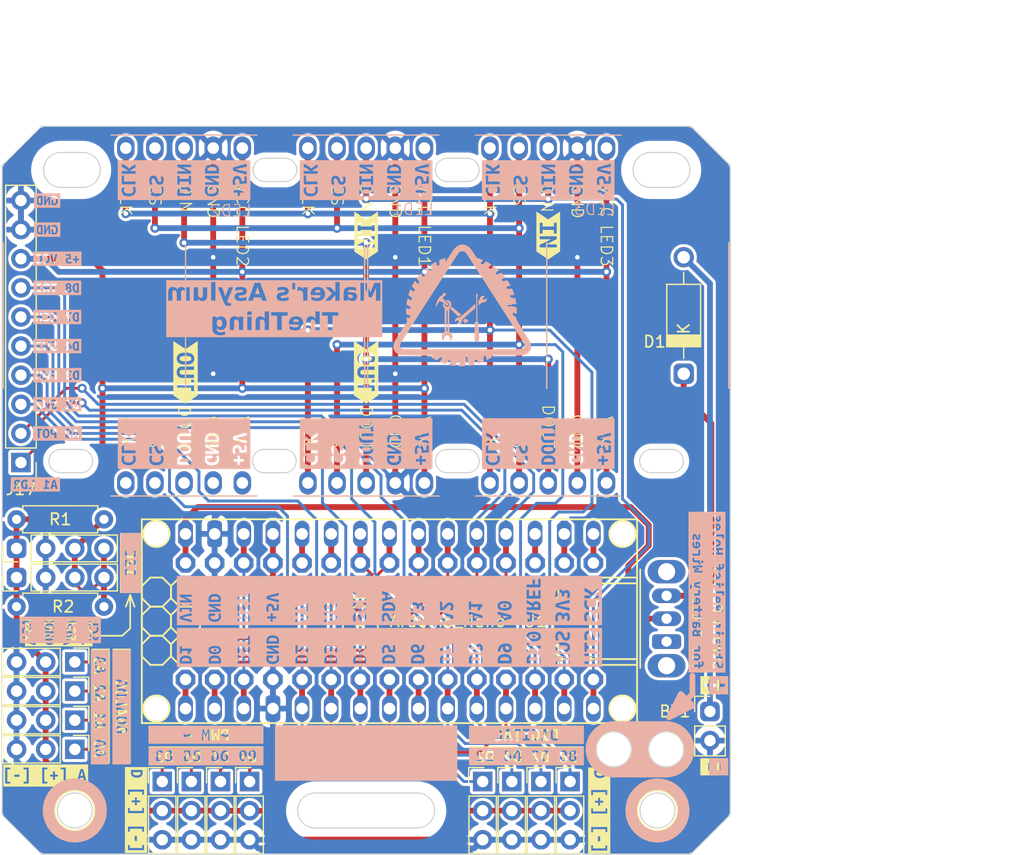
<source format=kicad_pcb>
(kicad_pcb (version 20240108) (generator "pcbnew") (generator_version "8.0")
  (title_block (title "TheThing") (date "2024-09-02") (rev "v5") (company "Maker's Asylum"))
  (layers (0 "F.Cu" signal) (31 "B.Cu" signal) (36 "B.SilkS" user "B.Silkscreen") (37 "F.SilkS" user "F.Silkscreen") (38 "B.Mask" user) (39 "F.Mask" user) (44 "Edge.Cuts" user))
  (net 0 "")
  (net 1 "/SCL")
  (net 2 "/SDA")
  (net 3 "GND")
  (net 4 "5V")
  (net 5 "/D5")
  (net 6 "/D6")
  (net 7 "D2")
  (net 8 "D4")
  (net 9 "/D9")
  (net 10 "/D10")
  (net 11 "/MOSI")
  (net 12 "/MISO")
  (net 13 "/SCK")
  (net 14 "/RST1")
  (net 15 "/D0")
  (net 16 "/D1")
  (net 17 "/A7")
  (net 18 "/A6")
  (net 19 "/A3")
  (net 20 "/A2")
  (net 21 "D7")
  (net 22 "D8")
  (net 23 "/AREF")
  (net 24 "/3V3")
  (net 25 "/VIN")
  (net 26 "/9V")
  (net 27 "/8V3")
  (net 28 "/DOUT")
  (net 30 "D3")
  (net 31 "A0")
  (net 32 "A1")
  (footprint "BagTag:PinHeader_1x03_P2.54mm_Vertical" (layer "F.Cu") (at 66.04 101.615)
    (property "Reference" "J10" (hide yes))
    (property "Value" "Conn_01x03" (hide yes))
  )
  (footprint "BagTag:PinHeader_1x03_P2.54mm_Vertical" (layer "F.Cu") (at 58.42 101.615)
    (property "Reference" "J7" (hide yes))
    (property "Value" "Conn_01x03" (hide yes))
  )
  (footprint "BagTag:PinHeader_1x01_P2.54mm_Vertical" (layer "F.Cu") (at 88.392 82.55 180)
    (property "Reference" "J43" (hide yes))
    (property "Value" "A0" (hide yes))
  )
  (footprint "BagTag:kibuzzard-67A10623" (layer "F.Cu") (at 49.403 88.773 -90)
    (property "Reference" "kibuzzard-67A10623" (hide yes))
    (property "Value" "G***" (hide yes))
  )
  (footprint "BagTag:PinHeader_1x01_P2.54mm_Vertical" (layer "F.Cu") (at 90.932 82.55 180)
    (property "Reference" "J44" (hide yes))
    (property "Value" "AREF" (hide yes))
  )
  (footprint "BagTag:PinHeader_1x01_P2.54mm_Vertical" (layer "F.Cu") (at 80.772 82.55 180)
    (property "Reference" "J40" (hide yes))
    (property "Value" "A3" (hide yes))
  )
  (footprint "BagTag:PinHeader_1x03_P2.54mm_Vertical" (layer "F.Cu") (at 50.8 93.726 -90)
    (property "Reference" "J13" (hide yes))
    (property "Value" "Conn_01x03" (hide yes))
  )
  (footprint "BagTag:PinHeader_1x03_P2.54mm_Vertical" (layer "F.Cu") (at 93.98 101.615)
    (property "Reference" "J6" (hide yes))
    (property "Value" "Conn_01x03" (hide yes))
  )
  (footprint "BagTag:PinHeader_1x01_P2.54mm_Vertical" (layer "F.Cu") (at 68.072 92.71 180)
    (property "Reference" "J49" (hide yes))
    (property "Value" "GND2" (hide yes))
  )
  (footprint "BagTag:PinHeader_1x01_P2.54mm_Vertical" (layer "F.Cu") (at 85.852 82.55 180)
    (property "Reference" "J42" (hide yes))
    (property "Value" "A1" (hide yes))
  )
  (footprint "BagTag:PinHeader_1x03_P2.54mm_Vertical" (layer "F.Cu") (at 50.8 98.806 -90)
    (property "Reference" "J11" (hide yes))
    (property "Value" "Conn_01x03" (hide yes))
  )
  (footprint "kibuzzard-67A1FD26" (layer "F.Cu") (at 96.52 104.14 -90)
    (property "Reference" "kibuzzard-67A1FD26" (hide yes))
    (property "Value" "G***" (hide yes))
  )
  (footprint "BagTag:PinHeader_1x01_P2.54mm_Vertical" (layer "F.Cu") (at 70.612 92.71 180)
    (property "Reference" "J20" (hide yes))
    (property "Value" "D2" (hide yes))
  )
  (footprint "BagTag:LED_matrix_8x8_M1088" (layer "F.Cu") (at 60.325 60.96 -90)
    (property "Reference" "LED2")
    (property "Value" "LED_8x8_1088")
  )
  (footprint "BagTag:PinHeader_1x10_P2.54mm_Vertical" (layer "F.Cu") (at 46.101 73.787 180)
    (property "Reference" "J17")
    (property "Value" "Conn_01x10")
  )
  (footprint "BagTag:PinHeader_1x03_P2.54mm_Vertical" (layer "F.Cu") (at 91.44 101.615)
    (property "Reference" "J5" (hide yes))
    (property "Value" "Conn_01x03" (hide yes))
  )
  (footprint "kibuzzard-67A1FC23" (layer "F.Cu") (at 62.23 97.536)
    (property "Reference" "kibuzzard-67A1FC23" (hide yes))
    (property "Value" "G***" (hide yes))
  )
  (footprint "BagTag:LED_matrix_8x8_M1088" (layer "F.Cu") (at 76.2 60.96 -90)
    (property "Reference" "LED1")
    (property "Value" "LED_8x8_1088")
  )
  (footprint "kibuzzard-67A1FC29" (layer "F.Cu") (at 62.23 99.3394)
    (property "Reference" "kibuzzard-67A1FC29" (hide yes))
    (property "Value" "G***" (hide yes))
  )
  (footprint "BagTag:PinHeader_1x01_P2.54mm_Vertical" (layer "F.Cu") (at 75.692 92.71 180)
    (property "Reference" "J22" (hide yes))
    (property "Value" "D4" (hide yes))
  )
  (footprint "BagTag:PinHeader_1x01_P2.54mm_Vertical" (layer "F.Cu") (at 78.232 82.55 180)
    (property "Reference" "J39" (hide yes))
    (property "Value" "A4" (hide yes))
  )
  (footprint "BagTag:PinHeader_1x01_P2.54mm_Vertical" (layer "F.Cu") (at 73.152 82.55 180)
    (property "Reference" "J37" (hide yes))
    (property "Value" "A6" (hide yes))
  )
  (footprint "BagTag:PinHeader_1x02_P2.54mm_Vertical" (layer "F.Cu") (at 106.177 95.504)
    (property "Reference" "BT1")
    (property "Value" "Bat")
  )
  (footprint "BagTag:kibuzzard-6461CA60" (layer "F.Cu") (at 76.2 53.975 -90)
    (property "Reference" "kibuzzard-6461CA60" (hide yes))
    (property "Value" "G***" (hide yes))
  )
  (footprint "BagTag:PinHeader_1x04_P2.54mm_Vertical" (layer "F.Cu") (at 45.72 83.82 90)
    (property "Reference" "J2" (hide yes))
    (property "Value" "Conn_I2C" (hide yes))
  )
  (footprint "BagTag:PinHeader_1x01_P2.54mm_Vertical" (layer "F.Cu") (at 93.472 92.71 180)
    (property "Reference" "J29" (hide yes))
    (property "Value" "D11" (hide yes))
  )
  (footprint "BagTag:PinHeader_1x01_P2.54mm_Vertical" (layer "F.Cu") (at 93.472 82.55 180)
    (property "Reference" "J47" (hide yes))
    (property "Value" "3V3" (hide yes))
  )
  (footprint "BagTag:PinHeader_1x01_P2.54mm_Vertical" (layer "F.Cu") (at 78.232 92.71 180)
    (property "Reference" "J23" (hide yes))
    (property "Value" "D5" (hide yes))
  )
  (footprint "BagTag:PinHeader_1x01_P2.54mm_Vertical" (layer "F.Cu") (at 90.932 92.71 180)
    (property "Reference" "J28" (hide yes))
    (property "Value" "D10" (hide yes))
  )
  (footprint "BagTag:PinHeader_1x01_P2.54mm_Vertical" (layer "F.Cu") (at 62.992 92.71 180)
    (property "Reference" "J34" (hide yes))
    (property "Value" "D0" (hide yes))
  )
  (footprint "BagTag:PinHeader_1x04_P2.54mm_Vertical" (layer "F.Cu") (at 45.72 81.28 90)
    (property "Reference" "J1" (hide yes))
    (property "Value" "Conn_I2C" (hide yes))
  )
  (footprint "BagTag:PinHeader_1x01_P2.54mm_Vertical" (layer "F.Cu") (at 65.532 92.71 180)
    (property "Reference" "J33" (hide yes))
    (property "Value" "RST1" (hide yes))
  )
  (footprint "BagTag:PinHeader_1x01_P2.54mm_Vertical" (layer "F.Cu") (at 70.612 82.55 180)
    (property "Reference" "J36" (hide yes))
    (property "Value" "A7" (hide yes))
  )
  (footprint "BagTag:PinHeader_1x01_P2.54mm_Vertical" (layer "F.Cu") (at 62.992 82.55 180)
    (property "Reference" "J48" (hide yes))
    (property "Value" "GND1" (hide yes))
  )
  (footprint "BagTag:kibuzzard-6461CA60" (layer "F.Cu") (at 92.075 53.975 -90)
    (property "Reference" "kibuzzard-6461CA60" (hide yes))
    (property "Value" "G***" (hide yes))
  )
  (footprint "BagTag:PinHeader_1x01_P2.54mm_Vertical" (layer "F.Cu") (at 85.852 92.71 180)
    (property "Reference" "J26" (hide yes))
    (property "Value" "D8" (hide yes))
  )
  (footprint "BagTag:PinHeader_1x03_P2.54mm_Vertical" (layer "F.Cu") (at 50.8 96.266 -90)
    (property "Reference" "J12" (hide yes))
    (property "Value" "Conn_01x03" (hide yes))
  )
  (footprint "BagTag:PinHeader_1x01_P2.54mm_Vertical" (layer "F.Cu") (at 68.072 82.55 180)
    (property "Reference" "J46" (hide yes))
    (property "Value" "5V" (hide yes))
  )
  (footprint "BagTag:PinHeader_1x01_P2.54mm_Vertical" (layer "F.Cu") (at 73.152 92.71 180)
    (property "Reference" "J21" (hide yes))
    (property "Value" "D3" (hide yes))
  )
  (footprint "BagTag:PinHeader_1x03_P2.54mm_Vertical" (layer "F.Cu") (at 86.36 101.615)
    (property "Reference" "J3" (hide yes))
    (property "Value" "Conn_01x03" (hide yes))
  )
  (footprint "BagTag:kibuzzard-64612FED" (layer "F.Cu") (at 106.172 100.33 -90)
    (property "Reference" "kibuzzard-64612FED" (hide yes))
    (property "Value" "G***" (hide yes))
  )
  (footprint "kibuzzard-67A2291F" (layer "F.Cu") (at 54.8894 95.0214 -90)
    (property "Reference" "kibuzzard-67A2291F" (hide yes))
    (property "Value" "G***" (hide yes))
  )
  (footprint "kibuzzard-67A1FC51" (layer "F.Cu") (at 90.17 99.3394)
    (property "Reference" "kibuzzard-67A1FC51" (hide yes))
    (property "Value" "G***" (hide yes))
  )
  (footprint "BagTag:PinHeader_1x01_P2.54mm_Vertical" (layer "F.Cu") (at 83.312 82.55 180)
    (property "Reference" "J41" (hide yes))
    (property "Value" "A2" (hide yes))
  )
  (footprint "kibuzzard-67A22935" (layer "F.Cu") (at 53.0606 95.0214 -90)
    (property "Reference" "kibuzzard-67A22935" (hide yes))
    (property "Value" "G***" (hide yes))
  )
  (footprint "BagTag:kibuzzard-6461CA59" (layer "F.Cu") (at 76.2 65.913 -90)
    (property "Reference" "kibuzzard-6461CA59" (hide yes))
    (property "Value" "G***" (hide yes))
  )
  (footprint "BagTag:R_Axial_DIN0207_L6.3mm_D2.5mm_P7.62mm_Horizontal" (layer "F.Cu") (at 45.72 86.36)
    (property "Reference" "R2")
    (property "Value" "10k")
  )
  (footprint "BagTag:PinHeader_1x01_P2.54mm_Vertical" (layer "F.Cu") (at 96.012 82.55 180)
    (property "Reference" "J31" (hide yes))
    (property "Value" "D13" (hide yes))
  )
  (footprint "BagTag:PinHeader_1x01_P2.54mm_Vertical" (layer "F.Cu") (at 96.012 92.71 180)
    (property "Reference" "J30" (hide yes))
    (property "Value" "D12" (hide yes))
  )
  (footprint "BagTag:PinHeader_1x03_P2.54mm_Vertical" (layer "F.Cu") (at 88.9 101.615)
    (property "Reference" "J4" (hide yes))
    (property "Value" "Conn_01x03" (hide yes))
  )
  (footprint "BagTag:PinHeader_1x01_P2.54mm_Vertical" (layer "F.Cu") (at 80.772 92.71 180)
    (property "Reference" "J24" (hide yes))
    (property "Value" "D6" (hide yes))
  )
  (footprint "BagTag:PinHeader_1x01_P2.54mm_Vertical" (layer "F.Cu") (at 88.392 92.71 180)
    (property "Reference" "J27" (hide yes))
    (property "Value" "D9" (hide yes))
  )
  (footprint "BagTag:PinHeader_1x03_P2.54mm_Vertical" (layer "F.Cu") (at 63.5 101.615)
    (property "Reference" "J9" (hide yes))
    (property "Value" "Conn_01x03" (hide yes))
  )
  (footprint "BagTag:kibuzzard-6640C3B8" (layer "F.Cu") (at 55.626 82.55 -90)
    (property "Reference" "kibuzzard-6640C3B8" (hide yes))
    (property "Value" "G***" (hide yes))
  )
  (footprint "BagTag:Arduino_Nano_v2_NoSPI" (layer "F.Cu") (at 57.912 87.63 90)
    (property "Reference" "U1")
    (property "Value" "Arduino_Nano")
  )
  (footprint "kibuzzard-67A1FCC2" (layer "F.Cu") (at 48.26 101.092)
    (property "Reference" "kibuzzard-67A1FCC2" (hide yes))
    (property "Value" "G***" (hide yes))
  )
  (footprint "BagTag:LED_matrix_8x8_M1088" (layer "F.Cu") (at 92.075 60.96 -90)
    (property "Reference" "LED3")
    (property "Value" "LED_8x8_1088")
  )
  (footprint "BagTag:SW_CuK_OS102011MA1QN1_SPDT_Angled" (layer "F.Cu") (at 102.394 89.408 90)
    (property "Reference" "SW1")
    (property "Value" "ON")
  )
  (footprint "BagTag:PinHeader_1x01_P2.54mm_Vertical" (layer "F.Cu") (at 60.452 82.55 180)
    (property "Reference" "J45" (hide yes))
    (property "Value" "VIN" (hide yes))
  )
  (footprint "BagTag:PinHeader_1x01_P2.54mm_Vertical" (layer "F.Cu") (at 75.692 82.55 180)
    (property "Reference" "J38" (hide yes))
    (property "Value" "A5" (hide yes))
  )
  (footprint "BagTag:kibuzzard-64612FA6" (layer "F.Cu") (at 106.172 93.218 -90)
    (property "Reference" "kibuzzard-64612FA6" (hide yes))
    (property "Value" "G***" (hide yes))
  )
  (footprint "BagTag:PinHeader_1x01_P2.54mm_Vertical" (layer "F.Cu") (at 83.312 92.71 180)
    (property "Reference" "J25" (hide yes))
    (property "Value" "D7" (hide yes))
  )
  (footprint "BagTag:kibuzzard-6461CA59" (layer "F.Cu") (at 60.452 65.913 -90)
    (property "Reference" "kibuzzard-6461CA59" (hide yes))
    (property "Value" "G***" (hide yes))
  )
  (footprint "BagTag:PinHeader_1x03_P2.54mm_Vertical" (layer "F.Cu") (at 60.96 101.615)
    (property "Reference" "J8" (hide yes))
    (property "Value" "Conn_01x03" (hide yes))
  )
  (footprint "BagTag:PinHeader_1x03_P2.54mm_Vertical" (layer "F.Cu") (at 50.8 91.186 -90)
    (property "Reference" "J14" (hide yes))
    (property "Value" "Conn_01x03" (hide yes))
  )
  (footprint "BagTag:PinHeader_1x01_P2.54mm_Vertical" (layer "F.Cu") (at 60.452 92.71 180)
    (property "Reference" "J35" (hide yes))
    (property "Value" "D1" (hide yes))
  )
  (footprint "kibuzzard-67A1FC5E" (layer "F.Cu") (at 90.17 97.536)
    (property "Reference" "kibuzzard-67A1FC5E" (hide yes))
    (property "Value" "G***" (hide yes))
  )
  (footprint "kibuzzard-67A1FCF1" (layer "F.Cu") (at 56.134 104.102934 -90)
    (property "Reference" "kibuzzard-67A1FCF1" (hide yes))
    (property "Value" "G***" (hide yes))
  )
  (footprint "BagTag:D_DO-41_SOD81_P10.16mm_Horizontal" (layer "F.Cu") (at 103.886 66.04 90)
    (property "Reference" "D1")
    (property "Value" "1N4001")
  )
  (footprint "BagTag:R_Axial_DIN0207_L6.3mm_D2.5mm_P7.62mm_Horizontal" (layer "F.Cu") (at 45.72 78.74)
    (property "Reference" "R1")
    (property "Value" "10k")
  )
  (footprint "BagTag:PinHeader_1x01_P2.54mm_Vertical" (layer "F.Cu") (at 65.532 82.55 180)
    (property "Reference" "J32" (hide yes))
    (property "Value" "RST1" (hide yes))
  )
  (footprint "kibuzzard-67A121CB" (layer "B.Cu") (at 49.276 71.247 180)
    (property "Reference" "kibuzzard-67A121CB" (hide yes))
    (property "Value" "G***" (hide yes))
  )
  (footprint "BagTag:kibuzzard-64612FA6" (layer "B.Cu") (at 106.934 93.218 -90)
    (property "Reference" "kibuzzard-64612FA6" (hide yes))
    (property "Value" "G***" (hide yes))
  )
  (footprint "kibuzzard-67A20268" (layer "B.Cu") (at 52.9844 95.123 90)
    (property "Reference" "kibuzzard-67A20268" (hide yes))
    (property "Value" "G***" (hide yes))
  )
  (footprint "kibuzzard-67A20463" (layer "B.Cu") (at 76.2 49.149 90)
    (property "Reference" "kibuzzard-67A20463" (hide yes))
    (property "Value" "G***" (hide yes))
  )
  (footprint "kibuzzard-67A20238" (layer "B.Cu") (at 90.17 97.536 180)
    (property "Reference" "kibuzzard-67A20238" (hide yes))
    (property "Value" "G***" (hide yes))
  )
  (footprint "BagTag:kibuzzard-6640C3B8" (layer "B.Cu") (at 55.67244 82.55 90)
    (property "Reference" "kibuzzard-6640C3B8" (hide yes))
    (property "Value" "G***" (hide yes))
  )
  (footprint "kibuzzard-67A20417" (layer "B.Cu") (at 60.325 72.136 90)
    (property "Reference" "kibuzzard-67A20417" (hide yes))
    (property "Value" "G***" (hide yes))
  )
  (footprint "kibuzzard-67A12264" (layer "B.Cu") (at 49.276 61.087 180)
    (property "Reference" "kibuzzard-67A12264" (hide yes))
    (property "Value" "G***" (hide yes))
  )
  (footprint "kibuzzard-67A20431" (layer "B.Cu") (at 60.325 49.149 90)
    (property "Reference" "kibuzzard-67A20431" (hide yes))
    (property "Value" "G***" (hide yes))
  )
  (footprint "BagTag:kibuzzard-66412AF8" (layer "B.Cu") (at 105.918 85.09 90)
    (property "Reference" "kibuzzard-66412AF8" (hide yes))
    (property "Value" "G***" (hide yes))
  )
  (footprint "kibuzzard-67A20403" (layer "B.Cu") (at 92.075 72.136 90)
    (property "Reference" "kibuzzard-67A20403" (hide yes))
    (property "Value" "G***" (hide yes))
  )
  (footprint "kibuzzard-67A20273" (layer "B.Cu") (at 54.864 95.123 90)
    (property "Reference" "kibuzzard-67A20273" (hide yes))
    (property "Value" "G***" (hide yes))
  )
  (footprint "kibuzzard-67A11942" (layer "B.Cu") (at 49.53 88.392 90)
    (property "Reference" "kibuzzard-67A11942" (hide yes))
    (property "Value" "G***" (hide yes))
  )
  (footprint "kibuzzard-67A1228F" (layer "B.Cu") (at 49.276 58.547 180)
    (property "Reference" "kibuzzard-67A1228F" (hide yes))
    (property "Value" "G***" (hide yes))
  )
  (footprint "kibuzzard-67A121F4" (layer "B.Cu") (at 49.276 66.167 180)
    (property "Reference" "kibuzzard-67A121F4" (hide yes))
    (property "Value" "G***" (hide yes))
  )
  (footprint "kibuzzard-67A11ADA" (layer "B.Cu") (at 47.371 75.692 180)
    (property "Reference" "kibuzzard-67A11ADA" (hide yes))
    (property "Value" "G***" (hide yes))
  )
  (footprint "kibuzzard-67A122B8" (layer "B.Cu") (at 48.387 50.927 180)
    (property "Reference" "kibuzzard-67A122B8" (hide yes))
    (property "Value" "G***" (hide yes))
  )
  (footprint "kibuzzard-67A20214" (layer "B.Cu") (at 62.23 99.4156 180)
    (property "Reference" "kibuzzard-67A20214" (hide yes))
    (property "Value" "G***" (hide yes))
  )
  (footprint "kibuzzard-67A201FA" (layer "B.Cu") (at 62.23 97.536 180)
    (property "Reference" "kibuzzard-67A201FA" (hide yes))
    (property "Value" "G***" (hide yes))
  )
  (footprint "kibuzzard-67A20470" (layer "B.Cu") (at 92.075 49.149 90)
    (property "Reference" "kibuzzard-67A20470" (hide yes))
    (property "Value" "G***" (hide yes))
  )
  (footprint "kibuzzard-67A122C1" (layer "B.Cu") (at 48.387 53.467 180)
    (property "Reference" "kibuzzard-67A122C1" (hide yes))
    (property "Value" "G***" (hide yes))
  )
  (footprint "kibuzzard-67A2022B" (layer "B.Cu") (at 90.17 99.4156 180)
    (property "Reference" "kibuzzard-67A2022B" (hide yes))
    (property "Value" "G***" (hide yes))
  )
  (footprint "kibuzzard-67A121DF" (layer "B.Cu") (at 49.276 68.707 180)
    (property "Reference" "kibuzzard-67A121DF" (hide yes))
    (property "Value" "G***" (hide yes))
  )
  (footprint "BagTag:MA_logo_12mmx10mm" (layer "B.Cu") (at 84.582 60.071 180)
    (property "Reference" "G***" (hide yes))
    (property "Value" "LOGO" (hide yes))
  )
  (footprint "BagTag:kibuzzard-6461377A" (layer "B.Cu") (at 78.232 89.916 90)
    (property "Reference" "kibuzzard-6461377A" (hide yes))
    (property "Value" "G***" (hide yes))
  )
  (footprint "BagTag:kibuzzard-64612FED" (layer "B.Cu") (at 106.934 100.33 -90)
    (property "Reference" "kibuzzard-64612FED" (hide yes))
    (property "Value" "G***" (hide yes))
  )
  (footprint "BagTag:kibuzzard-6461376B" (layer "B.Cu") (at 78.232 85.8266 90)
    (property "Reference" "kibuzzard-6461376B" (hide yes))
    (property "Value" "G***" (hide yes))
  )
  (footprint "kibuzzard-67A2040F" (layer "B.Cu") (at 76.2 72.136 90)
    (property "Reference" "kibuzzard-67A2040F" (hide yes))
    (property "Value" "G***" (hide yes))
  )
  (footprint "kibuzzard-67A12228" (layer "B.Cu") (at 49.276 63.627 180)
    (property "Reference" "kibuzzard-67A12228" (hide yes))
    (property "Value" "G***" (hide yes))
  )
  (footprint "kibuzzard-67A122A3" (layer "B.Cu") (at 49.276 56.007 180)
    (property "Reference" "kibuzzard-67A122A3" (hide yes))
    (property "Value" "G***" (hide yes))
  )
  (gr_line (start 100.076 100.806) (end 100.076 96.806) (stroke (width 0.9)) (layer "B.SilkS"))
  (gr_circle (center 101.6 104.14) (end 99.314 104.14) (stroke (width 1.016)) (fill none) (layer "B.SilkS"))
  (gr_line (start 102.362 100.806) (end 97.79 100.806) (stroke (width 0.9)) (layer "B.SilkS"))
  (gr_rect (start 68.326 96.774) (end 84.074 101.473) (stroke (width 0.15)) (fill solid) (layer "B.SilkS"))
  (gr_line (start 104.648 92.3798) (end 104.648 93.98) (stroke (width 0.5)) (layer "B.SilkS"))
  (gr_circle (center 97.79 98.806) (end 95.79 98.806) (stroke (width 0.9)) (fill none) (layer "B.SilkS"))
  (gr_poly (pts (xy 102.616 96.012) (xy 103.632 93.98) (xy 104.648 94.996)) (stroke (width 0.5)) (fill solid) (layer "B.SilkS"))
  (gr_line (start 104.648 93.98) (end 102.616 96.012) (stroke (width 0.5)) (layer "B.SilkS"))
  (gr_circle (center 50.8 104.14) (end 48.514 104.14) (stroke (width 1.016)) (fill none) (layer "B.SilkS"))
  (gr_circle (center 102.362 98.806) (end 100.362 98.806) (stroke (width 0.9)) (fill none) (layer "B.SilkS"))
  (gr_line (start 102.362 96.806) (end 97.79 96.806) (stroke (width 0.9)) (layer "B.SilkS"))
  (gr_line (start 55.626 85.344) (end 56.007 86.36) (stroke (width 0.15)) (layer "F.SilkS"))
  (gr_circle (center 50.8 104.14) (end 48.895 104.14) (stroke (width 0.4572)) (fill none) (layer "F.SilkS"))
  (gr_line (start 54.9275 88.9) (end 55.626 88.265) (stroke (width 0.15)) (layer "F.SilkS"))
  (gr_line (start 55.626 85.344) (end 55.245 86.36) (stroke (width 0.15)) (layer "F.SilkS"))
  (gr_line (start 55.626 88.265) (end 55.626 85.344) (stroke (width 0.15)) (layer "F.SilkS"))
  (gr_line (start 52.451 88.9) (end 54.9275 88.9) (stroke (width 0.15)) (layer "F.SilkS"))
  (gr_circle (center 101.6 104.14) (end 99.690771 104.14) (stroke (width 0.4572)) (fill none) (layer "F.SilkS"))
  (gr_line (start 85.0392 49.276) (end 83.2612 49.276) (stroke (width 0.1)) (layer "Edge.Cuts"))
  (gr_line (start 51.3334 74.676) (end 49.5554 74.676) (stroke (width 0.1)) (layer "Edge.Cuts"))
  (gr_line (start 71.755 102.616) (end 80.645 102.616) (stroke (width 0.1)) (layer "Edge.Cuts"))
  (gr_arc (start 49.6 49.784) (mid 48.076 48.26) (end 49.6 46.736) (stroke (width 0.1)) (layer "Edge.Cuts"))
  (gr_line (start 107.95 91.948) (end 107.95 47.879) (stroke (width 0.1)) (layer "Edge.Cuts"))
  (gr_arc (start 102.9 46.736) (mid 104.424 48.26) (end 102.9 49.784) (stroke (width 0.1)) (layer "Edge.Cuts"))
  (gr_circle (center 50.8 104.14) (end 49.276 104.14) (stroke (width 0.1)) (fill none) (layer "Edge.Cuts"))
  (gr_arc (start 102.8446 72.644) (mid 103.8606 73.66) (end 102.8446 74.676) (stroke (width 0.1)) (layer "Edge.Cuts"))
  (gr_circle (center 97.79 98.806) (end 96.266 98.806) (stroke (width 0.1)) (fill none) (layer "Edge.Cuts"))
  (gr_arc (start 67.3608 49.276) (mid 66.3448 48.26) (end 67.3608 47.244) (stroke (width 0.1)) (layer "Edge.Cuts"))
  (gr_line (start 67.31 72.644) (end 69.088 72.644) (stroke (width 0.1)) (layer "Edge.Cuts"))
  (gr_line (start 67.3608 47.244) (end 69.1388 47.244) (stroke (width 0.1)) (layer "Edge.Cuts"))
  (gr_arc (start 51.3334 72.644) (mid 52.3494 73.66) (end 51.3334 74.676) (stroke (width 0.1)) (layer "Edge.Cuts"))
  (gr_line (start 107.95 104.521) (end 104.521 107.95) (stroke (width 0.1)) (layer "Edge.Cuts"))
  (gr_line (start 83.2612 47.244) (end 85.0392 47.244) (stroke (width 0.1)) (layer "Edge.Cuts"))
  (gr_line (start 104.521 107.95) (end 47.879 107.95) (stroke (width 0.1)) (layer "Edge.Cuts"))
  (gr_arc (start 85.0392 47.244) (mid 86.0552 48.26) (end 85.0392 49.276) (stroke (width 0.1)) (layer "Edge.Cuts"))
  (gr_line (start 83.2612 72.644) (end 85.0392 72.644) (stroke (width 0.1)) (layer "Edge.Cuts"))
  (gr_line (start 107.95 96.012) (end 107.95 91.948) (stroke (width 0.1)) (layer "Edge.Cuts"))
  (gr_line (start 44.45 104.521) (end 47.879 107.95) (stroke (width 0.1)) (layer "Edge.Cuts"))
  (gr_arc (start 101.0666 74.676) (mid 100.0506 73.66) (end 101.0666 72.644) (stroke (width 0.1)) (layer "Edge.Cuts"))
  (gr_line (start 49.5554 72.644) (end 51.3334 72.644) (stroke (width 0.1)) (layer "Edge.Cuts"))
  (gr_line (start 47.879 44.45) (end 44.45 47.879) (stroke (width 0.1)) (layer "Edge.Cuts"))
  (gr_line (start 69.1388 49.276) (end 67.3608 49.276) (stroke (width 0.1)) (layer "Edge.Cuts"))
  (gr_arc (start 69.088 72.644) (mid 70.104 73.66) (end 69.088 74.676) (stroke (width 0.1)) (layer "Edge.Cuts"))
  (gr_arc (start 80.645 102.616) (mid 82.169 104.14) (end 80.645 105.664) (stroke (width 0.1)) (layer "Edge.Cuts"))
  (gr_line (start 47.879 44.45) (end 104.521 44.45) (stroke (width 0.1)) (layer "Edge.Cuts"))
  (gr_circle (center 102.362 98.806) (end 100.838 98.806) (stroke (width 0.1)) (fill none) (layer "Edge.Cuts"))
  (gr_line (start 107.95 47.879) (end 104.521 44.45) (stroke (width 0.1)) (layer "Edge.Cuts"))
  (gr_arc (start 85.0392 72.644) (mid 86.0552 73.66) (end 85.0392 74.676) (stroke (width 0.1)) (layer "Edge.Cuts"))
  (gr_line (start 101.0666 72.644) (end 102.8446 72.644) (stroke (width 0.1)) (layer "Edge.Cuts"))
  (gr_line (start 85.0392 74.676) (end 83.2612 74.676) (stroke (width 0.1)) (layer "Edge.Cuts"))
  (gr_line (start 44.45 104.521) (end 44.45 96.012) (stroke (width 0.1)) (layer "Edge.Cuts"))
  (gr_line (start 102.8446 74.676) (end 101.0666 74.676) (stroke (width 0.1)) (layer "Edge.Cuts"))
  (gr_line (start 49.6 46.736) (end 51.5 46.736) (stroke (width 0.1)) (layer "Edge.Cuts"))
  (gr_arc (start 67.31 74.676) (mid 66.294 73.66) (end 67.31 72.644) (stroke (width 0.1)) (layer "Edge.Cuts"))
  (gr_arc (start 69.1388 47.244) (mid 70.1548 48.26) (end 69.1388 49.276) (stroke (width 0.1)) (layer "Edge.Cuts"))
  (gr_line (start 44.45 91.948) (end 44.45 47.879) (stroke (width 0.1)) (layer "Edge.Cuts"))
  (gr_arc (start 101 49.784) (mid 99.476 48.26) (end 101 46.736) (stroke (width 0.1)) (layer "Edge.Cuts"))
  (gr_circle (center 101.6 104.14) (end 100.076 104.14) (stroke (width 0.1)) (fill none) (layer "Edge.Cuts"))
  (gr_line (start 44.45 91.948) (end 44.45 96.012) (stroke (width 0.1)) (layer "Edge.Cuts"))
  (gr_line (start 51.5 49.784) (end 49.6 49.784) (stroke (width 0.1)) (layer "Edge.Cuts"))
  (gr_arc (start 71.755 105.664) (mid 70.231 104.14) (end 71.755 102.616) (stroke (width 0.1)) (layer "Edge.Cuts"))
  (gr_line (start 101 46.736) (end 102.9 46.736) (stroke (width 0.1)) (layer "Edge.Cuts"))
  (gr_line (start 102.9 49.784) (end 101 49.784) (stroke (width 0.1)) (layer "Edge.Cuts"))
  (gr_arc (start 51.5 46.736) (mid 53.024 48.26) (end 51.5 49.784) (stroke (width 0.1)) (layer "Edge.Cuts"))
  (gr_line (start 69.088 74.676) (end 67.31 74.676) (stroke (width 0.1)) (layer "Edge.Cuts"))
  (gr_line (start 80.645 105.664) (end 71.755 105.664) (stroke (width 0.1)) (layer "Edge.Cuts"))
  (gr_arc (start 83.2612 74.676) (mid 82.2452 73.66) (end 83.2612 72.644) (stroke (width 0.1)) (layer "Edge.Cuts"))
  (gr_arc (start 49.5554 74.676) (mid 48.5394 73.66) (end 49.5554 72.644) (stroke (width 0.1)) (layer "Edge.Cuts"))
  (gr_line (start 107.95 104.521) (end 107.95 96.012) (stroke (width 0.1)) (layer "Edge.Cuts"))
  (gr_arc (start 83.2612 49.276) (mid 82.2452 48.26) (end 83.2612 47.244) (stroke (width 0.1)) (layer "Edge.Cuts"))
  (gr_text "Maker's Asylum\nTheThing" (at 68.199 62.484 0) (layer "B.SilkS" knockout) (effects (font (size 1.524 1.524)) (justify bottom mirror)))
  (gr_text "Maker's Asylum\nTheThing" (at 76.2 101.219 0) (layer "F.SilkS" knockout) (effects (font (size 1.27 1.27)) (justify bottom)))
  (segment (start 75.692 80.01) (end 75.692 82.55) (width 0.508) (layer "F.Cu") (net 1))
  (segment (start 52.07 87.67358) (end 52.07 85.09) (width 0.254) (layer "F.Cu") (net 1))
  (segment (start 53.34 81.28) (end 53.34 83.82) (width 0.508) (layer "F.Cu") (net 1))
  (segment (start 75.692 82.55) (end 76.708 83.566) (width 0.254) (layer "F.Cu") (net 1))
  (segment (start 53.34 83.82) (end 53.34 86.36) (width 0.508) (layer "F.Cu") (net 1))
  (segment (start 52.07 85.09) (end 53.34 83.82) (width 0.254) (layer "F.Cu") (net 1))
  (segment (start 53.04242 88.646) (end 52.07 87.67358) (width 0.254) (layer "F.Cu") (net 1))
  (segment (start 76.708 85.344) (end 73.406 88.646) (width 0.254) (layer "F.Cu") (net 1))
  (segment (start 73.406 88.646) (end 53.04242 88.646) (width 0.254) (layer "F.Cu") (net 1))
  (segment (start 76.708 83.566) (end 76.708 85.344) (width 0.254) (layer "F.Cu") (net 1))
  (segment (start 78.232 80.01) (end 78.232 82.55) (width 0.508) (layer "F.Cu") (net 2))
  (segment (start 50.8 84.328) (end 51.562 85.09) (width 0.254) (layer "F.Cu") (net 2))
  (segment (start 51.562 85.09) (end 51.562 87.884) (width 0.254) (layer "F.Cu") (net 2))
  (segment (start 50.8 83.82) (end 50.8 84.328) (width 0.254) (layer "F.Cu") (net 2))
  (segment (start 52.832 89.154) (end 73.61642 89.154) (width 0.254) (layer "F.Cu") (net 2))
  (segment (start 50.8 83.82) (end 50.8 81.28) (width 0.508) (layer "F.Cu") (net 2))
  (segment (start 73.61642 89.154) (end 77.216 85.55442) (width 0.254) (layer "F.Cu") (net 2))
  (segment (start 50.8 81.28) (end 53.34 78.74) (width 0.508) (layer "F.Cu") (net 2))
  (segment (start 77.216 85.55442) (end 77.216 83.566) (width 0.254) (layer "F.Cu") (net 2))
  (segment (start 51.562 87.884) (end 52.832 89.154) (width 0.254) (layer "F.Cu") (net 2))
  (segment (start 77.216 83.566) (end 78.232 82.55) (width 0.254) (layer "F.Cu") (net 2))
  (segment (start 94.615 75.565) (end 94.615 55.88) (width 0.508) (layer "F.Cu") (net 3))
  (segment (start 78.74 66.04) (end 78.74 75.565) (width 0.508) (layer "F.Cu") (net 3))
  (segment (start 94.615 46.355) (end 94.615 55.88) (width 0.508) (layer "F.Cu") (net 3))
  (segment (start 78.74 66.04) (end 78.74 55.88) (width 0.508) (layer "F.Cu") (net 3))
  (segment (start 62.865 55.88) (end 62.865 46.355) (width 0.508) (layer "F.Cu") (net 3))
  (segment (start 78.74 46.355) (end 78.74 55.88) (width 0.508) (layer "F.Cu") (net 3))
  (segment (start 62.865 66.04) (end 62.865 55.88) (width 0.508) (layer "F.Cu") (net 3))
  (via (at 78.74 66.04) (size 0.8) (drill 0.4) (layers "F.Cu" "B.Cu") (net 3))
  (via (at 62.865 55.88) (size 0.8) (drill 0.4) (layers "F.Cu" "B.Cu") (net 3))
  (via (at 78.74 55.88) (size 0.8) (drill 0.4) (layers "F.Cu" "B.Cu") (net 3))
  (via (at 94.615 55.88) (size 0.8) (drill 0.4) (layers "F.Cu" "B.Cu") (net 3))
  (via (at 62.865 66.04) (size 0.8) (drill 0.4) (layers "F.Cu" "B.Cu") (net 3))
  (segment (start 68.072 97.028) (end 65.532 99.568) (width 0.508) (layer "B.Cu") (net 3))
  (segment (start 66.787 107.442) (end 85.613 107.442) (width 0.508) (layer "B.Cu") (net 3))
  (segment (start 48.26 83.82) (end 48.26 81.28) (width 0.508) (layer "B.Cu") (net 3))
  (segment (start 62.865 55.88) (end 78.74 55.88) (width 0.508) (layer "B.Cu") (net 3))
  (segment (start 68.072 92.71) (end 68.072 95.25) (width 0.508) (layer "B.Cu") (net 3))
  (segment (start 66.1162 78.2574) (end 63.4746 78.2574) (width 0.254) (layer "B.Cu") (net 3))
  (segment (start 48.26 83.82) (end 48.26 86.995) (width 0.508) (layer "B.Cu") (net 3))
  (segment (start 63.5 106.695) (end 60.96 106.695) (width 0.508) (layer "B.Cu") (net 3))
  (segment (start 63.4746 78.2574) (end 62.992 78.74) (width 0.254) (layer "B.Cu") (net 3))
  (segment (start 45.72 99.822) (end 46.736 100.838) (width 0.508) (layer "B.Cu") (net 3))
  (segment (start 66.802 78.9432) (end 66.1162 78.2574) (width 0.254) (layer "B.Cu") (net 3))
  (segment (start 46.101 50.927) (end 46.101 53.467) (width 0.508) (layer "B.Cu") (net 3))
  (segment (start 54.61 99.568) (end 54.61 100.838) (width 0.508) (layer "B.Cu") (net 3))
  (segment (start 68.072 85.9282) (end 66.802 84.6582) (width 0.254) (layer "B.Cu") (net 3))
  (segment (start 62.992 78.74) (end 62.992 80.01) (width 0.254) (layer "B.Cu") (net 3))
  (segment (start 45.72 93.726) (end 45.72 96.266) (width 0.508) (layer "B.Cu") (net 3))
  (segment (start 66.04 106.695) (end 66.787 107.442) (width 0.508) (layer "B.Cu") (net 3))
  (segment (start 66.802 84.6582) (end 66.802 78.9432) (width 0.254) (layer "B.Cu") (net 3))
  (segment (start 48.26 86.995) (end 45.72 89.535) (width 0.508) (layer "B.Cu") (net 3))
  (segment (start 63.5 106.695) (end 66.04 106.695) (width 0.508) (layer "B.Cu") (net 3))
  (segment (start 106.177 99.817) (end 104.902 101.092) (width 0.508) (layer "B.Cu") (net 3))
  (segment (start 56.403 106.695) (end 54.61 104.902) (width 0.508) (layer "B.Cu") (net 3))
  (segment (start 50.8 55.88) (end 48.387 53.467) (width 0.508) (layer "B.Cu") (net 3))
  (segment (start 58.42 106.695) (end 56.403 106.695) (width 0.508) (layer "B.Cu") (net 3))
  (segment (start 88.9 106.695) (end 86.36 106.695) (width 0.508) (layer "B.Cu") (net 3))
  (segment (start 68.072 92.71) (end 68.072 85.9282) (width 0.254) (layer "B.Cu") (net 3))
  (segment (start 97.79 102.616) (end 97.79 105.918) (width 0.508) (layer "B.Cu") (net 3))
  (segment (start 65.532 99.568) (end 54.61 99.568) (width 0.508) (layer "B.Cu") (net 3))
  (segment (start 45.72 96.266) (end 45.72 98.806) (width 0.508) (layer "B.Cu") (net 3))
  (segment (start 60.96 106.695) (end 58.42 106.695) (width 0.508) (layer "B.Cu") (net 3))
  (segment (start 99.314 101.092) (end 97.79 102.616) (width 0.508) (layer "B.Cu") (net 3))
  (segment (start 45.72 98.806) (end 45.72 99.822) (width 0.508) (layer "B.Cu") (net 3))
  (segment (start 52.07 100.838) (end 53.34 99.568) (width 0.508) (layer "B.Cu") (net 3))
  (segment (start 106.177 98.044) (end 106.177 99.817) (width 0.508) (layer "B.Cu") (net 3))
  (segment (start 46.736 100.838) (end 52.07 100.838) (width 0.508) (layer "B.Cu") (net 3))
  (segment (start 104.902 101.092) (end 99.314 101.092) (width 0.508) (layer "B.Cu") (net 3))
  (segment (start 62.992 82.55) (end 62.992 88.138) (width 0.508) (layer "B.Cu") (net 3))
  (segment (start 85.613 107.442) (end 86.36 106.695) (width 0.508) (layer "B.Cu") (net 3))
  (segment (start 62.865 55.88) (end 50.8 55.88) (width 0.508) (layer "B.Cu") (net 3))
  (segment (start 78.74 66.04) (end 62.865 66.04) (width 0.508) (layer "B.Cu") (net 3))
  (segment (start 78.74 55.88) (end 94.615 55.88) (width 0.508) (layer "B.Cu") (net 3))
  (segment (start 97.79 105.918) (end 97.013 106.695) (width 0.508) (layer "B.Cu") (net 3))
  (segment (start 54.61 104.902) (end 54.61 100.838) (width 0.508) (layer "B.Cu") (net 3))
  (segment (start 93.98 106.695) (end 91.44 106.695) (width 0.508) (layer "B.Cu") (net 3))
  (segment (start 54.61 99.568) (end 54.61 91.186) (width 0.508) (layer "B.Cu") (net 3))
  (segment (start 48.387 53.467) (end 46.101 53.467) (width 0.508) (layer "B.Cu") (net 3))
  (segment (start 53.34 99.568) (end 54.61 99.568) (width 0.508) (layer "B.Cu") (net 3))
  (segment (start 45.72 91.186) (end 45.72 93.726) (width 0.508) (layer "B.Cu") (net 3))
  (segment (start 62.992 88.138) (end 61.468 89.662) (width 0.508) (layer "B.Cu") (net 3))
  (segment (start 68.072 95.25) (end 68.072 97.028) (width 0.508) (layer "B.Cu") (net 3))
  (segment (start 97.013 106.695) (end 93.98 106.695) (width 0.508) (layer "B.Cu") (net 3))
  (segment (start 91.44 106.695) (end 88.9 106.695) (width 0.508) (layer "B.Cu") (net 3))
  (segment (start 54.61 91.186) (end 56.134 89.662) (width 0.508) (layer "B.Cu") (net 3))
  (segment (start 45.72 89.535) (end 45.72 91.186) (width 0.508) (layer "B.Cu") (net 3))
  (segment (start 62.992 80.01) (end 62.992 82.55) (width 0.508) (layer "B.Cu") (net 3))
  (segment (start 56.134 89.662) (end 61.468 89.662) (width 0.508) (layer "B.Cu") (net 3))
  (segment (start 60.96 104.155) (end 58.42 104.155) (width 0.508) (layer "F.Cu") (net 4))
  (segment (start 45.72 88.646) (end 45.72 86.36) (width 0.508) (layer "F.Cu") (net 4))
  (segment (start 45.72 83.82) (end 45.72 81.28) (width 0.508) (layer "F.Cu") (net 4))
  (segment (start 50.165 78.74) (end 45.72 78.74) (width 0.508) (layer "F.Cu") (net 4))
  (segment (start 85.075 104.155) (end 82.55 106.68) (width 0.508) (layer "F.Cu") (net 4))
  (segment (start 53.213 77.089) (end 53.213 67.31) (width 0.508) (layer "F.Cu") (net 4))
  (segment (start 48.26 96.266) (end 48.26 93.726) (width 0.508) (layer "F.Cu") (net 4))
  (segment (start 68.072 83.693) (end 67.31 84.455) (width 0.508) (layer "F.Cu") (net 4))
  (segment (start 49.276 100.838) (end 53.975 100.838) (width 0.508) (layer "F.Cu") (net 4))
  (segment (start 68.072 80.01) (end 68.072 82.55) (width 0.508) (layer "F.Cu") (net 4))
  (segment (start 48.26 98.806) (end 48.26 99.822) (width 0.508) (layer "F.Cu") (net 4))
  (segment (start 63.515 104.17) (end 63.5 104.155) (width 0.508) (layer "F.Cu") (net 4))
  (segment (start 53.975 100.838) (end 57.292 104.155) (width 0.508) (layer "F.Cu") (net 4))
  (segment (start 45.72 86.36) (end 45.72 83.82) (width 0.508) (layer "F.Cu") (net 4))
  (segment (start 82.55 106.68) (end 70.104 106.68) (width 0.508) (layer "F.Cu") (net 4))
  (segment (start 57.292 104.155) (end 58.42 104.155) (width 0.508) (layer "F.Cu") (net 4))
  (segment (start 54.229 77.089) (end 53.213 77.089) (width 0.508) (layer "F.Cu") (net 4))
  (segment (start 70.104 106.68) (end 67.594 104.17) (width 0.508) (layer "F.Cu") (net 4))
  (segment (start 48.26 98.806) (end 48.26 96.266) (width 0.508) (layer "F.Cu") (net 4))
  (segment (start 81.28 67.31) (end 81.28 75.565) (width 0.508) (layer "F.Cu") (net 4))
  (segment (start 81.28 46.355) (end 81.28 57.15) (width 0.508) (layer "F.Cu") (net 4))
  (segment (start 48.26 99.822) (end 49.276 100.838) (width 0.508) (layer "F.Cu") (net 4))
  (segment (start 91.44 104.155) (end 88.9 104.155) (width 0.508) (layer "F.Cu") (net 4))
  (segment (start 48.26 93.726) (end 48.26 91.186) (width 0.508) (layer "F.Cu") (net 4))
  (segment (start 68.072 82.55) (end 68.072 83.693) (width 0.508) (layer "F.Cu") (net 4))
  (segment (start 51.816 77.089) (end 50.165 78.74) (width 0.508) (layer "F.Cu") (net 4))
  (segment (start 66.04 104.17) (end 63.515 104.17) (width 0.508) (layer "F.Cu") (net 4))
  (segment (start 81.28 57.15) (end 81.28 67.31) (width 0.508) (layer "F.Cu") (net 4))
  (segment (start 48.26 91.186) (end 45.72 88.646) (width 0.508) (layer "F.Cu") (net 4))
  (segment (start 65.405 57.15) (end 65.405 67.31) (width 0.508) (layer "F.Cu") (net 4))
  (segment (start 45.72 81.28) (end 45.72 78.74) (width 0.508) (layer "F.Cu") (net 4))
  (segment (start 93.98 104.155) (end 91.44 104.155) (width 0.508) (layer "F.Cu") (net 4))
  (segment (start 53.213 67.31) (end 53.213 57.023) (width 0.508) (layer "F.Cu") (net 4))
  (segment (start 63.5 104.155) (end 60.96 104.155) (width 0.508) (layer "F.Cu") (net 4))
  (segment (start 65.405 57.15) (end 65.405 46.355) (width 0.508) (layer "F.Cu") (net 4))
  (segment (start 86.36 104.155) (end 85.075 104.155) (width 0.508) (layer "F.Cu") (net 4))
  (segment (start 88.9 104.155) (end 86.36 104.155) (width 0.508) (layer "F.Cu") (net 4))
  (segment (start 55.626 81.534) (end 55.626 78.486) (width 0.508) (layer "F.Cu") (net 4))
  (segment (start 97.155 46.355) (end 97.155 57.15) (width 0.508) (layer "F.Cu") (net 4))
  (segment (start 53.213 77.089) (end 51.816 77.089) (width 0.508) (layer "F.Cu") (net 4))
  (segment (start 55.626 78.486) (end 54.229 77.089) (width 0.508) (layer "F.Cu") (net 4))
  (segment (start 52.197 56.007) (end 46.101 56.007) (width 0.508) (layer "F.Cu") (net 4))
  (segment (start 67.594 104.17) (end 66.04 104.17) (width 0.508) (layer "F.Cu") (net 4))
  (segment (start 58.547 84.455) (end 55.626 81.534) (width 0.508) (layer "F.Cu") (net 4))
  (segment (start 53.213 57.023) (end 52.197 56.007) (width 0.508) (layer "F.Cu") (net 4))
  (segment (start 67.31 84.455) (end 58.547 84.455) (width 0.508) (layer "F.Cu") (net 4))
  (segment (start 97.155 75.565) (end 97.155 57.15) (width 0.508) (layer "F.Cu") (net 4))
  (via (at 53.213 67.31) (size 0.8) (drill 0.4) (layers "F.Cu" "B.Cu") (net 4))
  (via (at 81.28 57.15) (size 0.8) (drill 0.4) (layers "F.Cu" "B.Cu") (net 4))
  (via (at 65.405 67.31) (size 0.8) (drill 0.4) (layers "F.Cu" "B.Cu") (net 4))
  (via (at 81.28 67.31) (size 0.8) (drill 0.4) (layers "F.Cu" "B.Cu") (net 4))
  (via (at 97.155 57.15) (size 0.8) (drill 0.4) (layers "F.Cu" "B.Cu") (net 4))
  (via (at 65.405 57.15) (size 0.8) (drill 0.4) (layers "F.Cu" "B.Cu") (net 4))
  (segment (start 81.28 67.31) (end 65.405 67.31) (width 0.508) (layer "B.Cu") (net 4))
  (segment (start 81.28 57.15) (end 97.155 57.15) (width 0.508) (layer "B.Cu") (net 4))
  (segment (start 65.405 57.15) (end 49.403 57.15) (width 0.508) (layer "B.Cu") (net 4))
  (segment (start 65.405 57.15) (end 81.28 57.15) (width 0.508) (layer "B.Cu") (net 4))
  (segment (start 49.403 57.15) (end 48.26 56.007) (width 0.508) (layer "B.Cu") (net 4))
  (segment (start 65.405 67.31) (end 53.213 67.31) (width 0.508) (layer "B.Cu") (net 4))
  (segment (start 48.26 56.007) (end 46.101 56.007) (width 0.508) (layer "B.Cu") (net 4))
  (segment (start 78.232 96.774) (end 76.962 98.044) (width 0.254) (layer "F.Cu") (net 5))
  (segment (start 76.962 98.044) (end 63.373 98.044) (width 0.254) (layer "F.Cu") (net 5))
  (segment (start 63.373 98.044) (end 60.96 100.457) (width 0.254) (layer "F.Cu") (net 5))
  (segment (start 78.232 92.71) (end 78.232 95.25) (width 0.508) (layer "F.Cu") (net 5))
  (segment (start 60.96 100.457) (end 60.96 101.615) (width 0.254) (layer "F.Cu") (net 5))
  (segment (start 78.232 95.25) (end 78.232 96.774) (width 0.254) (layer "F.Cu") (net 5))
  (segment (start 80.772 95.25) (end 80.772 92.71) (width 0.508) (layer "F.Cu") (net 6))
  (segment (start 80.772 96.774) (end 78.994 98.552) (width 0.254) (layer "F.Cu") (net 6))
  (segment (start 78.994 98.552) (end 65.532 98.552) (width 0.254) (layer "F.Cu") (net 6))
  (segment (start 65.532 98.552) (end 63.5 100.584) (width 0.254) (layer "F.Cu") (net 6))
  (segment (start 80.772 95.25) (end 80.772 96.774) (width 0.254) (layer "F.Cu") (net 6))
  (segment (start 63.5 100.584) (end 63.5 101.615) (width 0.254) (layer "F.Cu") (net 6))
  (segment (start 70.612 95.25) (end 70.612 92.71) (width 0.508) (layer "F.Cu") (net 7))
  (segment (start 69.342 84.1756) (end 70.612 85.4456) (width 0.254) (layer "B.Cu") (net 7))
  (segment (start 46.101 68.707) (end 47.244 68.707) (width 0.254) (layer "B.Cu") (net 7))
  (segment (start 69.342 78.4606) (end 69.342 84.1756) (width 0.254) (layer "B.Cu") (net 7))
  (segment (start 84.724 101.615) (end 86.36 101.615) (width 0.254) (layer "B.Cu") (net 7))
  (segment (start 50.292 71.755) (end 58.08258 71.755) (width 0.254) (layer "B.Cu") (net 7))
  (segment (start 70.612 95.25) (end 70.612 96.774) (width 0.254) (layer "B.Cu") (net 7))
  (segment (start 47.244 68.707) (end 50.292 71.755) (width 0.254) (layer "B.Cu") (net 7))
  (segment (start 70.612 85.4456) (end 70.612 92.71) (width 0.254) (layer "B.Cu") (net 7))
  (segment (start 60.4012 77.6478) (end 68.5292 77.6478) (width 0.254) (layer "B.Cu") (net 7))
  (segment (start 83.82 100.711) (end 84.724 101.615) (width 0.254) (layer "B.Cu") (net 7))
  (segment (start 58.08258 71.755) (end 59.055 72.72742) (width 0.254) (layer "B.Cu") (net 7))
  (segment (start 59.055 76.3016) (end 60.4012 77.6478) (width 0.254) (layer "B.Cu") (net 7))
  (segment (start 74.549 100.711) (end 83.82 100.711) (width 0.254) (layer "B.Cu") (net 7))
  (segment (start 70.612 96.774) (end 74.549 100.711) (width 0.254) (layer "B.Cu") (net 7))
  (segment (start 68.5292 77.6478) (end 69.342 78.4606) (width 0.254) (layer "B.Cu") (net 7))
  (segment (start 59.055 72.72742) (end 59.055 76.3016) (width 0.254) (layer "B.Cu") (net 7))
  (segment (start 75.692 95.25) (end 75.692 92.71) (width 0.508) (layer "F.Cu") (net 8))
  (segment (start 48.26 63.627) (end 46.101 63.627) (width 0.254) (layer "B.Cu") (net 8))
  (segment (start 50.71284 70.739) (end 48.895001 68.921161) (width 0.254) (layer "B.Cu") (net 8))
  (segment (start 87.884 99.314) (end 88.9 100.33) (width 0.254) (layer "B.Cu") (net 8))
  (segment (start 74.422 79.335159) (end 72.39 77.303159) (width 0.254) (layer "B.Cu") (net 8))
  (segment (start 48.895 64.262) (end 48.26 63.627) (width 0.254) (layer "B.Cu") (net 8))
  (segment (start 75.692 85.6234) (end 74.422 84.3534) (width 0.254) (layer "B.Cu") (net 8))
  (segment (start 75.692 92.71) (end 75.692 85.6234) (width 0.254) (layer "B.Cu") (net 8))
  (segment (start 72.39 71.247) (end 71.882 70.739) (width 0.254) (layer "B.Cu") (net 8))
  (segment (start 72.39 77.303159) (end 72.39 71.247) (width 0.254) (layer "B.Cu") (net 8))
  (segment (start 75.692 96.774) (end 78.232 99.314) (width 0.254) (layer "B.Cu") (net 8))
  (segment (start 48.895001 67.563999) (end 48.895 67.31) (width 0.254) (layer "B.Cu") (net 8))
  (segment (start 75.692 95.25) (end 75.692 96.774) (width 0.254) (layer "B.Cu") (net 8))
  (segment (start 74.422 84.3534) (end 74.422 79.335159) (width 0.254) (layer "B.Cu") (net 8))
  (segment (start 48.895 67.31) (end 48.895 64.262) (width 0.254) (layer "B.Cu") (net 8))
  (segment (start 78.232 99.314) (end 87.884 99.314) (width 0.254) (layer "B.Cu") (net 8))
  (segment (start 88.9 100.33) (end 88.9 101.615) (width 0.254) (layer "B.Cu") (net 8))
  (segment (start 71.882 70.739) (end 50.71284 70.739) (width 0.254) (layer "B.Cu") (net 8))
  (segment (start 48.895001 68.921161) (end 48.895001 67.563999) (width 0.254) (layer "B.Cu") (net 8))
  (segment (start 88.392 96.774) (end 86.106 99.06) (width 0.254) (layer "F.Cu") (net 9))
  (segment (start 88.392 95.25) (end 88.392 96.774) (width 0.254) (layer "F.Cu") (net 9))
  (segment (start 86.106 99.06) (end 67.564 99.06) (width 0.254) (layer "F.Cu") (net 9))
  (segment (start 67.564 99.06) (end 66.04 100.584) (width 0.254) (layer "F.Cu") (net 9))
  (segment (start 88.392 92.71) (end 88.392 95.25) (width 0.508) (layer "F.Cu") (net 9))
  (segment (start 66.04 100.584) (end 66.04 101.63) (width 0.254) (layer "F.Cu") (net 9))
  (segment (start 73.66 46.355) (end 73.66 53.34) (width 0.508) (layer "F.Cu") (net 10))
  (segment (start 73.66 63.5) (end 73.66 75.565) (width 0.508) (layer "F.Cu") (net 10))
  (segment (start 89.535 46.355) (end 89.535 53.34) (width 0.508) (layer "F.Cu") (net 10))
  (segment (start 90.932 95.25) (end 90.932 92.71) (width 0.508) (layer "F.Cu") (net 10))
  (segment (start 89.535 75.565) (end 89.535 63.5) (width 0.508) (layer "F.Cu") (net 10))
  (segment (start 89.535 63.5) (end 89.535 53.34) (width 0.508) (layer "F.Cu") (net 10))
  (segment (start 57.785 53.34) (end 57.785 46.355) (width 0.508) (layer "F.Cu") (net 10))
  (via (at 89.535 63.5) (size 0.8) (drill 0.4) (layers "F.Cu" "B.Cu") (net 10))
  (via (at 57.785 53.34) (size 0.8) (drill 0.4) (layers "F.Cu" "B.Cu") (net 10))
  (via (at 73.66 63.5) (size 0.8) (drill 0.4) (layers "F.Cu" "B.Cu") (net 10))
  (via (at 73.66 53.34) (size 0.8) (drill 0.4) (layers "F.Cu" "B.Cu") (net 10))
  (via (at 89.535 53.34) (size 0.8) (drill 0.4) (layers "F.Cu" "B.Cu") (net 10))
  (segment (start 93.345 76.708) (end 92.71 77.343) (width 0.254) (layer "B.Cu") (net 10))
  (segment (start 92.71 63.5) (end 93.345 64.135) (width 0.254) (layer "B.Cu") (net 10))
  (segment (start 89.535 63.5) (end 92.71 63.5) (width 0.254) (layer "B.Cu") (net 10))
  (segment (start 92.71 77.343) (end 91.059 77.343) (width 0.254) (layer "B.Cu") (net 10))
  (segment (start 90.932 90.2462) (end 90.932 92.71) (width 0.254) (layer "B.Cu") (net 10))
  (segment (start 93.345 64.135) (end 93.345 76.708) (width 0.254) (layer "B.Cu") (net 10))
  (segment (start 57.785 53.34) (end 73.66 53.34) (width 0.508) (layer "B.Cu") (net 10))
  (segment (start 89.662 88.9762) (end 90.932 90.2462) (width 0.254) (layer "B.Cu") (net 10))
  (segment (start 91.059 77.343) (end 89.662 78.74) (width 0.254) (layer "B.Cu") (net 10))
  (segment (start 73.66 53.34) (end 89.535 53.34) (width 0.508) (layer "B.Cu") (net 10))
  (segment (start 89.662 78.74) (end 89.662 88.9762) (width 0.254) (layer "B.Cu") (net 10))
  (segment (start 89.535 63.5) (end 73.66 63.5) (width 0.508) (layer "B.Cu") (net 10))
  (segment (start 71.12 46.355) (end 71.12 52.07) (width 0.508) (layer "F.Cu") (net 11))
  (segment (start 71.12 62.23) (end 71.12 75.565) (width 0.508) (layer "F.Cu") (net 11))
  (segment (start 55.245 52.07) (end 55.245 46.355) (width 0.508) (layer "F.Cu") (net 11))
  (segment (start 93.472 92.71) (end 93.472 95.25) (width 0.508) (layer "F.Cu") (net 11))
  (segment (start 86.995 62.23) (end 86.995 52.07) (width 0.508) (layer "F.Cu") (net 11))
  (segment (start 86.995 75.565) (end 86.995 62.23) (width 0.508) (layer "F.Cu") (net 11))
  (segment (start 86.995 46.355) (end 86.995 52.07) (width 0.508) (layer "F.Cu") (net 11))
  (via (at 71.12 52.07) (size 0.8) (drill 0.4) (layers "F.Cu" "B.Cu") (net 11))
  (via (at 71.12 62.23) (size 0.8) (drill 0.4) (layers "F.Cu" "B.Cu") (net 11))
  (via (at 86.995 62.23) (size 0.8) (drill 0.4) (layers "F.Cu" "B.Cu") (net 11))
  (via (at 55.245 52.07) (size 0.8) (drill 0.4) (layers "F.Cu" "B.Cu") (net 11))
  (via (at 86.995 52.07) (size 0.8) (drill 0.4) (layers "F.Cu" "B.Cu") (net 11))
  (segment (start 86.995 62.23) (end 71.12 62.23) (width 0.508) (layer "B.Cu") (net 11))
  (segment (start 55.245 52.07) (end 71.12 52.07) (width 0.508) (layer "B.Cu") (net 11))
  (segment (start 92.202 62.23) (end 95.885 65.913) (width 0.254) (layer "B.Cu") (net 11))
  (segment (start 92.202 78.867) (end 92.202 89.4842) (width 0.254) (layer "B.Cu") (net 11))
  (segment (start 95.885 65.913) (end 95.885 77.343) (width 0.254) (layer "B.Cu") (net 11))
  (segment (start 92.202 89.4842) (end 93.472 90.7542) (width 0.254) (layer "B.Cu") (net 11))
  (segment (start 93.472 90.7542) (end 93.472 92.71) (width 0.254) (layer "B.Cu") (net 11))
  (segment (start 95.123 78.105) (end 92.964 78.105) (width 0.254) (layer "B.Cu") (net 11))
  (segment (start 71.12 52.07) (end 86.995 52.07) (width 0.508) (layer "B.Cu") (net 11))
  (segment (start 86.995 62.23) (end 92.202 62.23) (width 0.254) (layer "B.Cu") (net 11))
  (segment (start 95.885 77.343) (end 95.123 78.105) (width 0.254) (layer "B.Cu") (net 11))
  (segment (start 92.964 78.105) (end 92.202 78.867) (width 0.254) (layer "B.Cu") (net 11))
  (segment (start 76.2 46.355) (end 76.2 50.8) (width 0.508) (layer "F.Cu") (net 12))
  (segment (start 96.012 92.71) (end 96.012 95.25) (width 0.508) (layer "F.Cu") (net 12))
  (segment (start 92.075 46.355) (end 92.075 50.8) (width 0.508) (layer "F.Cu") (net 12))
  (via (at 76.2 50.8) (size 0.8) (drill 0.4) (layers "F.Cu" "B.Cu") (net 12))
  (via (at 92.075 50.8) (size 0.8) (drill 0.4) (layers "F.Cu" "B.Cu") (net 12))
  (segment (start 76.2 50.8) (end 92.075 50.8) (width 0.508) (layer "B.Cu") (net 12))
  (segment (start 100.838 79.248) (end 98.552 76.962) (width 0.254) (layer "B.Cu") (net 12))
  (segment (start 98.552 76.962) (end 98.552 51.308) (width 0.254) (layer "B.Cu") (net 12))
  (segment (start 98.552 51.308) (end 98.044 50.8) (width 0.254) (layer "B.Cu") (net 12))
  (segment (start 100.838 81.026) (end 100.838 79.248) (width 0.254) (layer "B.Cu") (net 12))
  (segment (start 98.044 50.8) (end 92.075 50.8) (width 0.254) (layer "B.Cu") (net 12))
  (segment (start 96.012 92.71) (end 96.012 85.852) (width 0.254) (layer "B.Cu") (net 12))
  (segment (start 96.012 85.852) (end 100.838 81.026) (width 0.254) (layer "B.Cu") (net 12))
  (segment (start 96.012 80.01) (end 96.012 82.55) (width 0.508) (layer "F.Cu") (net 13))
  (segment (start 65.532 80.01) (end 65.532 82.55) (width 0.508) (layer "F.Cu") (net 14))
  (segment (start 65.532 95.25) (end 65.532 92.71) (width 0.508) (layer "F.Cu") (net 14))
  (segment (start 65.532 82.55) (end 65.532 92.71) (width 0.254) (layer "B.Cu") (net 14))
  (segment (start 62.992 92.71) (end 62.992 95.25) (width 0.508) (layer "F.Cu") (net 15))
  (segment (start 60.452 95.25) (end 60.452 92.71) (width 0.508) (layer "F.Cu") (net 16))
  (segment (start 70.612 80.01) (end 70.612 82.55) (width 0.508) (layer "F.Cu") (net 17))
  (segment (start 73.152 80.01) (end 73.152 82.55) (width 0.508) (layer "F.Cu") (net 18))
  (segment (start 80.772 83.82) (end 80.772 82.55) (width 0.254) (layer "F.Cu") (net 19))
  (segment (start 50.8 91.186) (end 53.21674 91.186) (width 0.254) (layer "F.Cu") (net 19))
  (segment (start 54.74074 89.662) (end 74.93 89.662) (width 0.254) (layer "F.Cu") (net 19))
  (segment (start 53.21674 91.186) (end 54.74074 89.662) (width 0.254) (layer "F.Cu") (net 19))
  (segment (start 74.93 89.662) (end 80.772 83.82) (width 0.254) (layer "F.Cu") (net 19))
  (segment (start 80.772 80.01) (end 80.772 82.55) (width 0.508) (layer "F.Cu") (net 19))
  (segment (start 54.951159 90.170001) (end 55.03458 90.17) (width 0.254) (layer "F.Cu") (net 20))
  (segment (start 76.962 90.17) (end 83.312 83.82) (width 0.254) (layer "F.Cu") (net 20))
  (segment (start 50.8 93.726) (end 52.324 93.726) (width 0.254) (layer "F.Cu") (net 20))
  (segment (start 83.312 80.01) (end 83.312 82.55) (width 0.508) (layer "F.Cu") (net 20))
  (segment (start 83.312 83.82) (end 83.312 82.55) (width 0.254) (layer "F.Cu") (net 20))
  (segment (start 52.832 92.28916) (end 54.951159 90.170001) (width 0.254) (layer "F.Cu") (net 20))
  (segment (start 52.324 93.726) (end 52.832 93.218) (width 0.254) (layer "F.Cu") (net 20))
  (segment (start 55.03458 90.17) (end 76.962 90.17) (width 0.254) (layer "F.Cu") (net 20))
  (segment (start 52.832 93.218) (end 52.832 92.28916) (width 0.254) (layer "F.Cu") (net 20))
  (segment (start 83.312 92.71) (end 83.312 95.25) (width 0.508) (layer "F.Cu") (net 21))
  (segment (start 83.312 92.71) (end 83.312 89.8144) (width 0.254) (layer "B.Cu") (net 21))
  (segment (start 76.962 83.4644) (end 76.962 78.994) (width 0.254) (layer "B.Cu") (net 21))
  (segment (start 83.312 96.774) (end 84.836 98.298) (width 0.254) (layer "B.Cu") (net 21))
  (segment (start 83.312 89.8144) (end 76.962 83.4644) (width 0.254) (layer "B.Cu") (net 21))
  (segment (start 74.93 76.962) (end 74.93 73.06858) (width 0.254) (layer "B.Cu") (net 21))
  (segment (start 74.93 73.06858) (end 72.09242 70.231) (width 0.254) (layer "B.Cu") (net 21))
  (segment (start 89.408 98.298) (end 91.44 100.33) (width 0.254) (layer "B.Cu") (net 21))
  (segment (start 72.09242 70.231) (end 50.92326 70.231) (width 0.254) (layer "B.Cu") (net 21))
  (segment (start 84.836 98.298) (end 89.408 98.298) (width 0.254) (layer "B.Cu") (net 21))
  (segment (start 49.403 68.71074) (end 49.403 61.722) (width 0.254) (layer "B.Cu") (net 21))
  (segment (start 48.768 61.087) (end 46.101 61.087) (width 0.254) (layer "B.Cu") (net 21))
  (segment (start 50.92326 70.231) (end 49.403 68.71074) (width 0.254) (layer "B.Cu") (net 21))
  (segment (start 91.44 100.33) (end 91.44 101.615) (width 0.254) (layer "B.Cu") (net 21))
  (segment (start 49.403 61.722) (end 48.768 61.087) (width 0.254) (layer "B.Cu") (net 21))
  (segment (start 83.312 95.25) (end 83.312 96.774) (width 0.254) (layer "B.Cu") (net 21))
  (segment (start 76.962 78.994) (end 74.93 76.962) (width 0.254) (layer "B.Cu") (net 21))
  (segment (start 85.852 95.25) (end 85.852 92.71) (width 0.508) (layer "F.Cu") (net 22))
  (segment (start 77.4954 76.8096) (end 77.4954 74.91556) (width 0.254) (layer "B.Cu") (net 22))
  (segment (start 51.13368 69.723) (end 49.911 68.50032) (width 0.254) (layer "B.Cu") (net 22))
  (segment (start 85.852 96.393) (end 86.614 97.155) (width 0.254) (layer "B.Cu") (net 22))
  (segment (start 72.30284 69.723) (end 51.13368 69.723) (width 0.254) (layer "B.Cu") (net 22))
  (segment (start 85.852 92.71) (end 85.852 90.3986) (width 0.254) (layer "B.Cu") (net 22))
  (segment (start 86.614 97.155) (end 90.805 97.155) (width 0.254) (layer "B.Cu") (net 22))
  (segment (start 90.805 97.155) (end 93.98 100.33) (width 0.254) (layer "B.Cu") (net 22))
  (segment (start 49.911 59.182) (end 49.276 58.547) (width 0.254) (layer "B.Cu") (net 22))
  (segment (start 93.98 100.33) (end 93.98 101.615) (width 0.254) (layer "B.Cu") (net 22))
  (segment (start 77.4954 74.91556) (end 72.30284 69.723) (width 0.254) (layer "B.Cu") (net 22))
  (segment (start 79.502 84.0486) (end 79.502 78.8162) (width 0.254) (layer "B.Cu") (net 22))
  (segment (start 85.852 95.25) (end 85.852 96.393) (width 0.254) (layer "B.Cu") (net 22))
  (segment (start 49.276 58.547) (end 46.101 58.547) (width 0.254) (layer "B.Cu") (net 22))
  (segment (start 85.852 90.3986) (end 79.502 84.0486) (width 0.254) (layer "B.Cu") (net 22))
  (segment (start 49.911 68.50032) (end 49.911 59.182) (width 0.254) (layer "B.Cu") (net 22))
  (segment (start 79.502 78.8162) (end 77.4954 76.8096) (width 0.254) (layer "B.Cu") (net 22))
  (segment (start 90.932 80.01) (end 90.932 82.55) (width 0.508) (layer "F.Cu") (net 23))
  (segment (start 93.472 80.01) (end 93.472 82.55) (width 0.508) (layer "F.Cu") (net 24))
  (segment (start 99.2632 77.6732) (end 61.5188 77.6732) (width 0.508) (layer "F.Cu") (net 25))
  (segment (start 99.06 82.804) (end 100.838 81.026) (width 0.508) (layer "F.Cu") (net 25))
  (segment (start 100.838 79.248) (end 99.2632 77.6732) (width 0.508) (layer "F.Cu") (net 25))
  (segment (start 100.838 81.026) (end 100.838 79.248) (width 0.508) (layer "F.Cu") (net 25))
  (segment (start 60.452 78.74) (end 60.452 80.01) (width 0.508) (layer "F.Cu") (net 25))
  (segment (start 61.5188 77.6732) (end 60.452 78.74) (width 0.508) (layer "F.Cu") (net 25))
  (segment (start 99.06 86.106) (end 99.06 82.804) (width 0.508) (layer "F.Cu") (net 25))
  (segment (start 60.452 80.01) (end 60.452 82.55) (width 0.508) (layer "F.Cu") (net 25))
  (segment (start 102.394 87.408) (end 100.362 87.408) (width 0.508) (layer "F.Cu") (net 25))
  (segment (start 100.362 87.408) (end 99.06 86.106) (width 0.508) (layer "F.Cu") (net 25))
  (segment (start 106.177 95.504) (end 106.177 58.171) (width 0.508) (layer "B.Cu") (net 26))
  (segment (start 106.177 58.171) (end 103.886 55.88) (width 0.508) (layer "B.Cu") (net 26))
  (segment (start 103.886 67.9704) (end 106.299 70.3834) (width 0.508) (layer "F.Cu") (net 27))
  (segment (start 106.299 84.201) (end 105.092 85.408) (width 0.508) (layer "F.Cu") (net 27))
  (segment (start 106.299 70.3834) (end 106.299 84.201) (width 0.508) (layer "F.Cu") (net 27))
  (segment (start 105.092 85.408) (end 102.394 85.408) (width 0.508) (layer "F.Cu") (net 27))
  (segment (start 103.886 66.04) (end 103.886 67.9704) (width 0.508) (layer "F.Cu") (net 27))
  (segment (start 60.325 54.61) (end 60.325 46.355) (width 0.508) (layer "F.Cu") (net 28))
  (segment (start 76.2 64.77) (end 76.2 75.565) (width 0.508) (layer "F.Cu") (net 28))
  (segment (start 92.075 75.565) (end 92.075 64.77) (width 0.508) (layer "F.Cu") (net 28))
  (segment (start 76.2 54.61) (end 76.2 64.77) (width 0.508) (layer "F.Cu") (net 28))
  (via (at 92.075 64.77) (size 0.8) (drill 0.4) (layers "F.Cu" "B.Cu") (net 28))
  (via (at 60.325 54.61) (size 0.8) (drill 0.4) (layers "F.Cu" "B.Cu") (net 28))
  (via (at 76.2 64.77) (size 0.8) (drill 0.4) (layers "F.Cu" "B.Cu") (net 28))
  (via (at 76.2 54.61) (size 0.8) (drill 0.4) (layers "F.Cu" "B.Cu") (net 28))
  (segment (start 92.075 64.77) (end 76.2 64.77) (width 0.508) (layer "B.Cu") (net 28))
  (segment (start 76.2 54.61) (end 60.325 54.61) (width 0.508) (layer "B.Cu") (net 28))
  (segment (start 73.152 92.71) (end 73.152 95.25) (width 0.508) (layer "F.Cu") (net 30))
  (segment (start 73.152 95.25) (end 73.152 96.774) (width 0.254) (layer "F.Cu") (net 30))
  (segment (start 58.42 100.457) (end 58.42 101.615) (width 0.254) (layer "F.Cu") (net 30))
  (segment (start 61.341 97.536) (end 58.42 100.457) (width 0.254) (layer "F.Cu") (net 30))
  (segment (start 72.39 97.536) (end 61.341 97.536) (width 0.254) (layer "F.Cu") (net 30))
  (segment (start 73.152 96.774) (end 72.39 97.536) (width 0.254) (layer "F.Cu") (net 30))
  (segment (start 58.293 71.247) (end 61.6204 74.5744) (width 0.254) (layer "B.Cu") (net 30))
  (segment (start 47.752 66.167) (end 48.387 66.802) (width 0.254) (layer "B.Cu") (net 30))
  (segment (start 50.50242 71.247) (end 58.293 71.247) (width 0.254) (layer "B.Cu") (net 30))
  (segment (start 61.6204 76.3016) (end 62.4586 77.1398) (width 0.254) (layer "B.Cu") (net 30))
  (segment (start 73.152 85.5472) (end 73.152 92.71) (width 0.254) (layer "B.Cu") (net 30))
  (segment (start 62.4586 77.1398) (end 70.231 77.1398) (width 0.254) (layer "B.Cu") (net 30))
  (segment (start 70.231 77.1398) (end 71.882 78.7908) (width 0.254) (layer "B.Cu") (net 30))
  (segment (start 48.387 69.13158) (end 50.50242 71.247) (width 0.254) (layer "B.Cu") (net 30))
  (segment (start 71.882 84.2772) (end 73.152 85.5472) (width 0.254) (layer "B.Cu") (net 30))
  (segment (start 61.6204 74.5744) (end 61.6204 76.3016) (width 0.254) (layer "B.Cu") (net 30))
  (segment (start 48.387 66.802) (end 48.387 69.13158) (width 0.254) (layer "B.Cu") (net 30))
  (segment (start 46.101 66.167) (end 47.752 66.167) (width 0.254) (layer "B.Cu") (net 30))
  (segment (start 71.882 78.7908) (end 71.882 84.2772) (width 0.254) (layer "B.Cu") (net 30))
  (segment (start 88.392 83.82) (end 88.392 82.55) (width 0.254) (layer "F.Cu") (net 31))
  (segment (start 53.848 92.71) (end 55.372 91.186) (width 0.254) (layer "F.Cu") (net 31))
  (segment (start 51.435 67.31) (end 50.038 67.31) (width 0.254) (layer "F.Cu") (net 31))
  (segment (start 88.392 80.01) (end 88.392 82.55) (width 0.508) (layer "F.Cu") (net 31))
  (segment (start 81.026 91.186) (end 88.392 83.82) (width 0.254) (layer "F.Cu") (net 31))
  (segment (start 50.8 98.806) (end 53.34 98.806) (width 0.254) (layer "F.Cu") (net 31))
  (segment (start 53.848 98.298) (end 53.848 92.71) (width 0.254) (layer "F.Cu") (net 31))
  (segment (start 53.34 98.806) (end 53.848 98.298) (width 0.254) (layer "F.Cu") (net 31))
  (segment (start 50.038 67.31) (end 46.101 71.247) (width 0.254) (layer "F.Cu") (net 31))
  (segment (start 55.372 91.186) (end 81.026 91.186) (width 0.254) (layer "F.Cu") (net 31))
  (via (at 51.435 67.31) (size 0.8) (drill 0.4) (layers "F.Cu" "B.Cu") (net 31))
  (segment (start 90.805 74.77038) (end 90.805 76.3397) (width 0.254) (layer "B.Cu") (net 31))
  (segment (start 52.832 68.707) (end 84.74162 68.707) (width 0.254) (layer "B.Cu") (net 31))
  (segment (start 88.392 78.7527) (end 88.392 80.01) (width 0.254) (layer "B.Cu") (net 31))
  (segment (start 90.805 76.3397) (end 88.392 78.7527) (width 0.254) (layer "B.Cu") (net 31))
  (segment (start 51.435 67.31) (end 52.832 68.707) (width 0.254) (layer "B.Cu") (net 31))
  (segment (start 84.74162 68.707) (end 90.805 74.77038) (width 0.254) (layer "B.Cu") (net 31))
  (segment (start 50.8 96.266) (end 52.705 96.266) (width 0.254) (layer "F.Cu") (net 32))
  (segment (start 53.34 95.631) (end 53.34 92.49958) (width 0.254) (layer "F.Cu") (net 32))
  (segment (start 49.48642 68.58) (end 47.625 70.44142) (width 0.254) (layer "F.Cu") (net 32))
  (segment (start 85.852 83.82) (end 85.852 82.55) (width 0.254) (layer "F.Cu") (net 32))
  (segment (start 51.435 68.58) (end 49.48642 68.58) (width 0.254) (layer "F.Cu") (net 32))
  (segment (start 53.34 92.49958) (end 55.16158 90.678) (width 0.254) (layer "F.Cu") (net 32))
  (segment (start 85.852 80.01) (end 85.852 82.55) (width 0.508) (layer "F.Cu") (net 32))
  (segment (start 52.705 96.266) (end 53.34 95.631) (width 0.254) (layer "F.Cu") (net 32))
  (segment (start 78.994 90.678) (end 85.852 83.82) (width 0.254) (layer "F.Cu") (net 32))
  (segment (start 47.625 72.263) (end 46.101 73.787) (width 0.254) (layer "F.Cu") (net 32))
  (segment (start 47.625 70.44142) (end 47.625 72.263) (width 0.254) (layer "F.Cu") (net 32))
  (segment (start 55.16158 90.678) (end 78.994 90.678) (width 0.254) (layer "F.Cu") (net 32))
  (via (at 51.435 68.58) (size 0.8) (drill 0.4) (layers "F.Cu" "B.Cu") (net 32))
  (segment (start 88.2904 72.9742) (end 88.2904 76.327) (width 0.254) (layer "B.Cu") (net 32))
  (segment (start 85.852 78.7654) (end 85.852 80.01) (width 0.254) (layer "B.Cu") (net 32))
  (segment (start 52.07 69.215) (end 84.5312 69.215) (width 0.254) (layer "B.Cu") (net 32))
  (segment (start 88.2904 76.327) (end 85.852 78.7654) (width 0.254) (layer "B.Cu") (net 32))
  (segment (start 51.435 68.58) (end 52.07 69.215) (width 0.254) (layer "B.Cu") (net 32))
  (segment (start 84.5312 69.215) (end 88.2904 72.9742) (width 0.254) (layer "B.Cu") (net 32))
  (zone (net 0) (net_name "") (layer "B.Cu") (connect_pads (clearance 0)) (min_thickness 0.25)
    (keepout (tracks not_allowed) (vias not_allowed) (pads not_allowed) (copperpour not_allowed) (footprints allowed))
    (fill (thermal_gap 0.5) (thermal_bridge_width 0.5))
    (polygon (pts (arc (start 51.43625 50.799991) (mid 53.969997 48.256875) (end 51.43 45.720001)) (arc (start 49.53 45.72) (mid 46.99 48.26) (end 49.53 50.8))))
  )
  (zone (net 0) (net_name "") (layer "B.Cu") (connect_pads (clearance 0)) (min_thickness 0.25)
    (keepout (tracks not_allowed) (vias not_allowed) (pads not_allowed) (copperpour not_allowed) (footprints allowed))
    (fill (thermal_gap 0.5) (thermal_bridge_width 0.5))
    (polygon (pts (xy 53.34 104.14) (xy 53.319971 103.821654) (xy 53.260201 103.508328) (xy 53.161632 103.204964) (xy 53.025819 102.916346) (xy 52.854903 102.647025) (xy 52.65158 102.40125) (xy 52.419057 102.182896) (xy 52.161 101.995407) (xy 51.881479 101.841739) (xy 51.584903 101.724316) (xy 51.275949 101.64499) (xy 50.959488 101.605012) (xy 50.640512 101.605012) (xy 50.324051 101.64499) (xy 50.015097 101.724316) (xy 49.718521 101.841739) (xy 49.439 101.995407) (xy 49.180943 102.182896) (xy 48.94842 102.40125) (xy 48.745097 102.647025) (xy 48.574181 102.916346) (xy 48.438368 103.204964) (xy 48.339799 103.508328) (xy 48.280029 103.821654) (xy 48.26 104.14) (xy 48.280029 104.458346) (xy 48.339799 104.771672) (xy 48.438368 105.075036) (xy 48.574181 105.363654) (xy 48.745097 105.632975) (xy 48.94842 105.87875) (xy 49.180943 106.097104) (xy 49.439 106.284593) (xy 49.718521 106.438261) (xy 50.015097 106.555684) (xy 50.324051 106.63501) (xy 50.640512 106.674988) (xy 50.959488 106.674988) (xy 51.275949 106.63501) (xy 51.584903 106.555684) (xy 51.881479 106.438261) (xy 52.161 106.284593) (xy 52.419057 106.097104) (xy 52.65158 105.87875) (xy 52.854903 105.632975) (xy 53.025819 105.363654) (xy 53.161632 105.075036) (xy 53.260201 104.771672) (xy 53.319971 104.458346)))
  )
  (zone (net 3) (net_name "GND") (layer "B.Cu") (connect_pads (clearance 0.25)) (min_thickness 0.25) (fill yes (thermal_gap 0.5) (thermal_bridge_width 0.5) (smoothing chamfer) (radius 0.3))
    (polygon (pts (xy 107.95 107.95) (xy 44.45 107.95) (xy 44.45 44.45) (xy 107.95 44.45)))
  )
  (zone (net 0) (net_name "") (layer "B.Cu") (connect_pads (clearance 0)) (min_thickness 0.25)
    (keepout (tracks not_allowed) (vias not_allowed) (pads not_allowed) (copperpour not_allowed) (footprints allowed))
    (fill (thermal_gap 0.5) (thermal_bridge_width 0.5))
    (polygon (pts (arc (start 80.645 106.68) (mid 83.185 104.14) (end 80.645 101.6)) (arc (start 71.755 101.6) (mid 69.215 104.14) (end 71.755 106.68))))
  )
  (zone (net 0) (net_name "") (layer "B.Cu") (connect_pads (clearance 0)) (min_thickness 0.25)
    (keepout (tracks not_allowed) (vias not_allowed) (pads not_allowed) (copperpour not_allowed) (footprints allowed))
    (fill (thermal_gap 0.5) (thermal_bridge_width 0.5))
    (polygon (pts (arc (start 102.87625 50.799991) (mid 105.409997 48.256875) (end 102.87 45.720001)) (arc (start 100.97 45.72) (mid 98.43 48.26) (end 100.97 50.8))))
  )
  (zone (net 0) (net_name "") (layer "B.Cu") (connect_pads (clearance 0)) (min_thickness 0.25)
    (keepout (tracks not_allowed) (vias not_allowed) (pads not_allowed) (copperpour not_allowed) (footprints allowed))
    (fill (thermal_gap 0.5) (thermal_bridge_width 0.5))
    (polygon (pts (xy 104.14 104.14) (xy 104.119971 103.821654) (xy 104.060201 103.508328) (xy 103.961632 103.204964) (xy 103.825819 102.916346) (xy 103.654903 102.647025) (xy 103.45158 102.40125) (xy 103.219057 102.182896) (xy 102.961 101.995407) (xy 102.681479 101.841739) (xy 102.384903 101.724316) (xy 102.075949 101.64499) (xy 101.759488 101.605012) (xy 101.440512 101.605012) (xy 101.124051 101.64499) (xy 100.815097 101.724316) (xy 100.518521 101.841739) (xy 100.239 101.995407) (xy 99.980943 102.182896) (xy 99.74842 102.40125) (xy 99.545097 102.647025) (xy 99.374181 102.916346) (xy 99.238368 103.204964) (xy 99.139799 103.508328) (xy 99.080029 103.821654) (xy 99.06 104.14) (xy 99.080029 104.458346) (xy 99.139799 104.771672) (xy 99.238368 105.075036) (xy 99.374181 105.363654) (xy 99.545097 105.632975) (xy 99.74842 105.87875) (xy 99.980943 106.097104) (xy 100.239 106.284593) (xy 100.518521 106.438261) (xy 100.815097 106.555684) (xy 101.124051 106.63501) (xy 101.440512 106.674988) (xy 101.759488 106.674988) (xy 102.075949 106.63501) (xy 102.384903 106.555684) (xy 102.681479 106.438261) (xy 102.961 106.284593) (xy 103.219057 106.097104) (xy 103.45158 105.87875) (xy 103.654903 105.632975) (xy 103.825819 105.363654) (xy 103.961632 105.075036) (xy 104.060201 104.771672) (xy 104.119971 104.458346)))
  )
  (zone (net 0) (net_name "") (layers "B.Cu" "Edge.Cuts") (connect_pads (clearance 0)) (min_thickness 0.25)
    (keepout (tracks not_allowed) (vias not_allowed) (pads not_allowed) (copperpour not_allowed) (footprints allowed))
    (fill (thermal_gap 0.5) (thermal_bridge_width 0.5))
    (polygon (pts (arc (start 83.2612 46.736) (mid 81.7372 48.26) (end 83.2612 49.784)) (arc (start 85.0392 49.784) (mid 86.5632 48.26) (end 85.0392 46.736))))
  )
  (zone (net 0) (net_name "") (layers "B.Cu" "Edge.Cuts") (connect_pads (clearance 0)) (min_thickness 0.25)
    (keepout (tracks not_allowed) (vias not_allowed) (pads not_allowed) (copperpour not_allowed) (footprints allowed))
    (fill (thermal_gap 0.5) (thermal_bridge_width 0.5))
    (polygon (pts (arc (start 49.5554 72.136) (mid 48.0314 73.66) (end 49.5554 75.184)) (arc (start 51.3334 75.184) (mid 52.8574 73.66) (end 51.3334 72.136))))
  )
  (zone (net 0) (net_name "") (layers "B.Cu" "Edge.Cuts") (connect_pads (clearance 0)) (min_thickness 0.25)
    (keepout (tracks not_allowed) (vias not_allowed) (pads not_allowed) (copperpour not_allowed) (footprints allowed))
    (fill (thermal_gap 0.5) (thermal_bridge_width 0.5))
    (polygon (pts (arc (start 67.3608 46.736) (mid 65.8368 48.26) (end 67.3608 49.784)) (arc (start 69.1388 49.784) (mid 70.6628 48.26) (end 69.1388 46.736))))
  )
  (zone (net 0) (net_name "") (layers "B.Cu" "Edge.Cuts") (connect_pads (clearance 0)) (min_thickness 0.25)
    (keepout (tracks not_allowed) (vias not_allowed) (pads not_allowed) (copperpour not_allowed) (footprints allowed))
    (fill (thermal_gap 0.5) (thermal_bridge_width 0.5))
    (polygon (pts (arc (start 102.8446 75.184) (mid 104.3686 73.66) (end 102.8446 72.136)) (arc (start 101.0666 72.136) (mid 99.5426 73.66) (end 101.0666 75.184))))
  )
  (zone (net 0) (net_name "") (layers "B.Cu" "Edge.Cuts") (connect_pads (clearance 0)) (min_thickness 0.25)
    (keepout (tracks not_allowed) (vias not_allowed) (pads not_allowed) (copperpour not_allowed) (footprints allowed))
    (fill (thermal_gap 0.5) (thermal_bridge_width 0.5))
    (polygon (pts (arc (start 85.0392 75.184) (mid 86.5632 73.66) (end 85.0392 72.136)) (arc (start 83.2612 72.136) (mid 81.7372 73.66) (end 83.2612 75.184))))
  )
  (zone (net 0) (net_name "") (layers "B.Cu" "Edge.Cuts") (connect_pads (clearance 0)) (min_thickness 0.25)
    (keepout (tracks not_allowed) (vias not_allowed) (pads not_allowed) (copperpour not_allowed) (footprints allowed))
    (fill (thermal_gap 0.5) (thermal_bridge_width 0.5))
    (polygon (pts (arc (start 69.088 75.184) (mid 70.612 73.66) (end 69.088 72.136)) (arc (start 67.31 72.136) (mid 65.786 73.66) (end 67.31 75.184))))
  )
)
</source>
